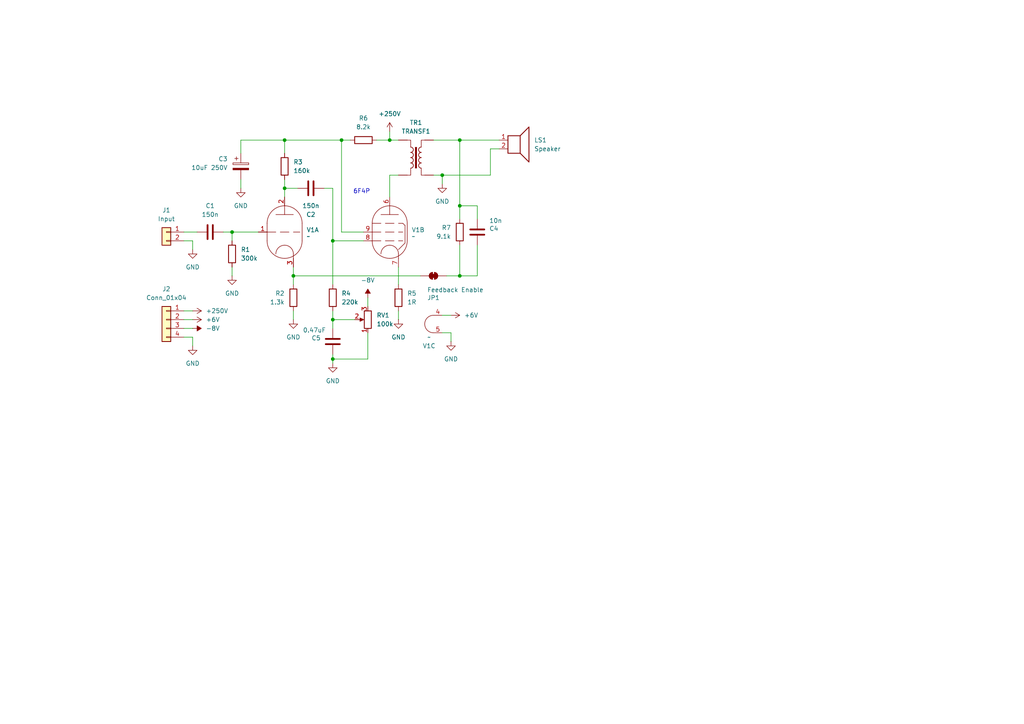
<source format=kicad_sch>
(kicad_sch (version 20250114) (generator "eeschema") (generator_version "9.0")
  (paper "A4")
  (lib_symbols
    (symbol "Connector_Generic:Conn_01x02" (pin_names (offset 1.016) (hide yes))
      (property "Reference" "J" (at 0 2.54 0))
      (property "Value" "Conn_01x02" (at 0 -5.08 0))
      (symbol "Conn_01x02_1_1"
        (rectangle (start -1.27 1.27) (end 1.27 -3.81) (stroke (width 0.254)) (fill (type background)))
        (rectangle (start -1.27 0.127) (end 0 -0.127) (stroke (width 0.1524)))
        (rectangle (start -1.27 -2.413) (end 0 -2.667) (stroke (width 0.1524)))
        (pin passive line (at -5.08 0 0) (length 3.81) (name "Pin_1") (number "1"))
        (pin passive line (at -5.08 -2.54 0) (length 3.81) (name "Pin_2") (number "2"))
      )
    )
    (symbol "Connector_Generic:Conn_01x04" (pin_names (offset 1.016) (hide yes))
      (property "Reference" "J" (at 0 5.08 0))
      (property "Value" "Conn_01x04" (at 0 -7.62 0))
      (symbol "Conn_01x04_1_1"
        (rectangle (start -1.27 3.81) (end 1.27 -6.35) (stroke (width 0.254)) (fill (type background)))
        (rectangle (start -1.27 2.667) (end 0 2.413) (stroke (width 0.1524)))
        (rectangle (start -1.27 0.127) (end 0 -0.127) (stroke (width 0.1524)))
        (rectangle (start -1.27 -2.413) (end 0 -2.667) (stroke (width 0.1524)))
        (rectangle (start -1.27 -4.953) (end 0 -5.207) (stroke (width 0.1524)))
        (pin passive line (at -5.08 2.54 0) (length 3.81) (name "Pin_1") (number "1"))
        (pin passive line (at -5.08 0 0) (length 3.81) (name "Pin_2") (number "2"))
        (pin passive line (at -5.08 -2.54 0) (length 3.81) (name "Pin_3") (number "3"))
        (pin passive line (at -5.08 -5.08 0) (length 3.81) (name "Pin_4") (number "4"))
      )
    )
    (symbol "Device:C" (pin_numbers (hide yes)) (pin_names (offset 0.254))
      (property "Reference" "C" (at 0.635 2.54 0))
      (property "Value" "C" (at 0.635 -2.54 0))
      (symbol "C_0_1"
        (polyline (pts (xy -2.032 0.762) (xy 2.032 0.762)) (stroke (width 0.508)))
        (polyline (pts (xy -2.032 -0.762) (xy 2.032 -0.762)) (stroke (width 0.508)))
      )
      (symbol "C_1_1"
        (pin passive line (at 0 3.81 270) (length 2.794) (name "~") (number "1"))
        (pin passive line (at 0 -3.81 90) (length 2.794) (name "~") (number "2"))
      )
    )
    (symbol "Device:C_Polarized" (pin_numbers (hide yes)) (pin_names (offset 0.254))
      (property "Reference" "C" (at 0.635 2.54 0))
      (property "Value" "C_Polarized" (at 0.635 -2.54 0))
      (symbol "C_Polarized_0_1"
        (rectangle (start -2.286 0.508) (end 2.286 1.016))
        (polyline (pts (xy -1.778 2.286) (xy -0.762 2.286)))
        (polyline (pts (xy -1.27 2.794) (xy -1.27 1.778)))
        (rectangle (start 2.286 -0.508) (end -2.286 -1.016) (fill (type outline)))
      )
      (symbol "C_Polarized_1_1"
        (pin passive line (at 0 3.81 270) (length 2.794) (name "~") (number "1"))
        (pin passive line (at 0 -3.81 90) (length 2.794) (name "~") (number "2"))
      )
    )
    (symbol "Device:R" (pin_numbers (hide yes)) (pin_names (offset 0))
      (property "Reference" "R" (at 2.032 0 90))
      (property "Value" "R" (at 0 0 90))
      (symbol "R_0_1"
        (rectangle (start -1.016 -2.54) (end 1.016 2.54) (stroke (width 0.254)))
      )
      (symbol "R_1_1"
        (pin passive line (at 0 3.81 270) (length 1.27) (name "~") (number "1"))
        (pin passive line (at 0 -3.81 90) (length 1.27) (name "~") (number "2"))
      )
    )
    (symbol "Device:R_Potentiometer" (pin_names (offset 1.016) (hide yes))
      (property "Reference" "RV" (at -4.445 0 90))
      (property "Value" "R_Potentiometer" (at -2.54 0 90))
      (symbol "R_Potentiometer_0_1"
        (rectangle (start 1.016 2.54) (end -1.016 -2.54) (stroke (width 0.254)))
        (polyline (pts (xy 1.143 0) (xy 2.286 0.508) (xy 2.286 -0.508) (xy 1.143 0)) (fill (type outline)))
        (polyline (pts (xy 2.54 0) (xy 1.524 0)))
      )
      (symbol "R_Potentiometer_1_1"
        (pin passive line (at 0 3.81 270) (length 1.27) (name "1") (number "1"))
        (pin passive line (at 0 -3.81 90) (length 1.27) (name "3") (number "3"))
        (pin passive line (at 3.81 0 180) (length 1.27) (name "2") (number "2"))
      )
    )
    (symbol "Device:Speaker" (pin_names (offset 0) (hide yes))
      (property "Reference" "LS" (at 1.27 5.715 0))
      (property "Value" "Speaker" (at 1.27 3.81 0))
      (symbol "Speaker_0_0"
        (rectangle (start -2.54 1.27) (end 1.016 -3.81) (stroke (width 0.254)))
        (polyline (pts (xy 1.016 1.27) (xy 3.556 3.81) (xy 3.556 -6.35) (xy 1.016 -3.81)) (stroke (width 0.254)))
      )
      (symbol "Speaker_1_1"
        (pin input line (at -5.08 0 0) (length 2.54) (name "1") (number "1"))
        (pin input line (at -5.08 -2.54 0) (length 2.54) (name "2") (number "2"))
      )
    )
    (symbol "Jumper:SolderJumper_2_Bridged" (pin_numbers (hide yes)) (pin_names (offset 0) (hide yes)) (in_bom no)
      (property "Reference" "JP" (at 0 2.032 0))
      (property "Value" "SolderJumper_2_Bridged" (at 0 -2.54 0))
      (symbol "SolderJumper_2_Bridged_0_1"
        (rectangle (start -0.508 0.508) (end 0.508 -0.508) (fill (type outline)))
        (polyline (pts (xy -0.254 1.016) (xy -0.254 -1.016)))
        (arc (start -0.254 -1.016) (mid -1.2656 0) (end -0.254 1.016))
        (arc (start -0.254 -1.016) (mid -1.2656 0) (end -0.254 1.016) (fill (type outline)))
        (arc (start 0.254 1.016) (mid 1.2656 0) (end 0.254 -1.016))
        (arc (start 0.254 1.016) (mid 1.2656 0) (end 0.254 -1.016) (fill (type outline)))
        (polyline (pts (xy 0.254 1.016) (xy 0.254 -1.016)))
      )
      (symbol "SolderJumper_2_Bridged_1_1"
        (pin passive line (at -3.81 0 0) (length 2.54) (name "A") (number "1"))
        (pin passive line (at 3.81 0 180) (length 2.54) (name "B") (number "2"))
      )
    )
    (symbol "Transformer:TRANSF1" (pin_numbers (hide yes)) (pin_names (offset 0))
      (property "Reference" "TR" (at 0 6.35 0))
      (property "Value" "TRANSF1" (at 0 -6.35 0))
      (symbol "TRANSF1_0_1"
        (polyline (pts (xy -2.54 5.08) (xy -1.524 5.08) (xy -1.524 3.048) (xy -1.524 3.048)) (stroke (width 0.1524)))
        (arc (start -1.524 3.048) (mid -0.7653 2.286) (end -1.524 1.524) (stroke (width 0.2032)))
        (arc (start -1.524 1.524) (mid -0.7653 0.762) (end -1.524 0) (stroke (width 0.2032)))
        (arc (start -1.524 0) (mid -0.7653 -0.762) (end -1.524 -1.524) (stroke (width 0.2032)))
        (arc (start -1.524 -1.524) (mid -0.7653 -2.286) (end -1.524 -3.048) (stroke (width 0.2032)))
        (polyline (pts (xy -1.524 -3.048) (xy -1.524 -5.08) (xy -2.54 -5.08) (xy -2.54 -5.08)) (stroke (width 0.1524)))
        (rectangle (start -0.254 3.048) (end 0.254 -3.048) (stroke (width 0.0254)) (fill (type outline)))
        (polyline (pts (xy 1.524 3.048) (xy 1.524 5.08) (xy 2.54 5.08) (xy 2.54 5.08)) (stroke (width 0.1524)))
        (arc (start 1.524 1.524) (mid 0.7653 2.286) (end 1.524 3.048) (stroke (width 0.2032)))
        (arc (start 1.524 0) (mid 0.7653 0.762) (end 1.524 1.524) (stroke (width 0.2032)))
        (arc (start 1.524 -1.524) (mid 0.7653 -0.762) (end 1.524 0) (stroke (width 0.2032)))
        (arc (start 1.524 -3.048) (mid 0.7653 -2.286) (end 1.524 -1.524) (stroke (width 0.2032)))
        (polyline (pts (xy 2.54 -5.08) (xy 1.524 -5.08) (xy 1.524 -3.048) (xy 1.524 -3.048)) (stroke (width 0.1524)))
      )
      (symbol "TRANSF1_1_1"
        (pin passive line (at -5.08 5.08 0) (length 2.54) (name "~") (number "1"))
        (pin passive line (at -5.08 -5.08 0) (length 2.54) (name "~") (number "2"))
        (pin passive line (at 5.08 5.08 180) (length 2.54) (name "~") (number "4"))
        (pin passive line (at 5.08 -5.08 180) (length 2.54) (name "~") (number "3"))
      )
    )
    (symbol "power:+24V" (power) (pin_numbers (hide yes)) (pin_names (offset 0) (hide yes))
      (property "Value" "+24V" (at 0 3.556 0))
      (symbol "+24V_0_1"
        (polyline (pts (xy -0.762 1.27) (xy 0 2.54)))
        (polyline (pts (xy 0 2.54) (xy 0.762 1.27)))
        (polyline (pts (xy 0 0) (xy 0 2.54)))
      )
      (symbol "+24V_1_1"
        (pin power_in line (at 0 0 90) (length 0) (name "~") (number "1"))
      )
    )
    (symbol "power:+6V" (power) (pin_numbers (hide yes)) (pin_names (offset 0) (hide yes))
      (property "Value" "+6V" (at 0 3.556 0))
      (symbol "+6V_0_1"
        (polyline (pts (xy -0.762 1.27) (xy 0 2.54)))
        (polyline (pts (xy 0 2.54) (xy 0.762 1.27)))
        (polyline (pts (xy 0 0) (xy 0 2.54)))
      )
      (symbol "+6V_1_1"
        (pin power_in line (at 0 0 90) (length 0) (name "~") (number "1"))
      )
    )
    (symbol "power:-8V" (power) (pin_numbers (hide yes)) (pin_names (offset 0) (hide yes))
      (property "Value" "-8V" (at 0 3.556 0))
      (symbol "-8V_0_0"
        (pin power_in line (at 0 0 90) (length 0) (name "~") (number "1"))
      )
      (symbol "-8V_0_1"
        (polyline (pts (xy 0 0) (xy 0 1.27) (xy 0.762 1.27) (xy 0 2.54) (xy -0.762 1.27) (xy 0 1.27)) (fill (type outline)))
      )
    )
    (symbol "power:GND" (power) (pin_numbers (hide yes)) (pin_names (offset 0) (hide yes))
      (property "Value" "GND" (at 0 -3.81 0))
      (symbol "GND_0_1"
        (polyline (pts (xy 0 0) (xy 0 -1.27) (xy 1.27 -1.27) (xy 0 -2.54) (xy -1.27 -1.27) (xy 0 -1.27)))
      )
      (symbol "GND_1_1"
        (pin power_in line (at 0 0 270) (length 0) (name "~") (number "1"))
      )
    )
    (symbol "spdf1626_lib:6f4p"
      (property "Reference" "V" (at 5.715 6.35 0))
      (symbol "6f4p_1_1"
        (polyline (pts (xy -5.08 -2.54) (xy -5.08 2.54)))
        (polyline (pts (xy -2.54 5.08) (xy 2.54 5.08)))
        (polyline (pts (xy -2.54 0) (xy -5.08 0)))
        (arc (start -2.54 -6.35) (mid -1.7961 -4.5539) (end 0 -3.81))
        (polyline (pts (xy 0 5.08) (xy 0 7.62)))
        (arc (start -5.08 2.54) (mid -3.5921 6.1321) (end 0 7.62))
        (arc (start 0 7.62) (mid 3.5921 6.1321) (end 5.08 2.54))
        (arc (start 0 -7.62) (mid -3.5921 -6.1321) (end -5.08 -2.54))
        (arc (start 5.08 -2.54) (mid 3.5921 -6.1321) (end 0 -7.62))
        (arc (start 0 -3.81) (mid 1.7961 -4.5539) (end 2.54 -6.35))
        (polyline (pts (xy 1.27 0) (xy -1.27 0)))
        (polyline (pts (xy 2.54 0) (xy 4.445 0)))
        (polyline (pts (xy 2.54 -7.62) (xy 2.54 -6.35)))
        (polyline (pts (xy 5.08 -2.54) (xy 5.08 2.54)))
        (pin input line (at -7.62 0 0) (length 2.54) (name "") (number "1"))
        (pin input line (at 0 10.16 270) (length 2.54) (name "") (number "2"))
        (pin input line (at 2.54 -10.16 90) (length 2.54) (name "") (number "3"))
      )
      (symbol "6f4p_2_1"
        (polyline (pts (xy -5.08 2.54) (xy -5.08 -2.54)))
        (polyline (pts (xy -5.08 -2.54) (xy -2.54 -2.54)))
        (polyline (pts (xy -2.54 5.08) (xy 2.54 5.08)))
        (polyline (pts (xy -2.54 2.54) (xy -5.08 2.54)))
        (polyline (pts (xy -2.54 0) (xy -5.08 0)))
        (polyline (pts (xy -1.27 2.54) (xy 1.27 2.54)))
        (polyline (pts (xy -1.27 -2.54) (xy 1.27 -2.54)))
        (arc (start -2.54 -6.35) (mid -1.7961 -4.5539) (end 0 -3.81))
        (polyline (pts (xy 0 5.08) (xy 0 7.62)))
        (arc (start -5.08 2.54) (mid -3.5921 6.1321) (end 0 7.62))
        (arc (start 0 7.62) (mid 3.5921 6.1321) (end 5.08 2.54))
        (arc (start 0 -7.62) (mid -3.5921 -6.1321) (end -5.08 -2.54))
        (arc (start 5.08 -2.54) (mid 3.5921 -6.1321) (end 0 -7.62))
        (arc (start 0 -3.81) (mid 1.7961 -4.5539) (end 2.54 -6.35))
        (polyline (pts (xy 1.27 0) (xy -1.27 0)))
        (polyline (pts (xy 2.54 2.54) (xy 2.54 2.54)))
        (polyline (pts (xy 2.54 2.54) (xy 3.81 2.54)))
        (polyline (pts (xy 2.54 0) (xy 3.81 0)))
        (polyline (pts (xy 2.54 -2.54) (xy 3.81 -2.54)))
        (polyline (pts (xy 2.54 -7.62) (xy 2.54 -6.35)))
        (polyline (pts (xy 4.445 1.905) (xy 3.81 2.54)))
        (polyline (pts (xy 4.445 1.905) (xy 4.445 -3.175) (xy 2.54 -5.08)))
        (polyline (pts (xy 5.08 -2.54) (xy 5.08 2.54)))
        (pin input line (at -7.62 0 0) (length 2.54) (name "") (number "9"))
        (pin input line (at -7.62 -2.54 0) (length 2.54) (name "") (number "8"))
        (pin input line (at 0 10.16 270) (length 2.54) (name "") (number "6"))
        (pin input line (at 2.54 -10.16 90) (length 2.54) (name "") (number "7"))
      )
      (symbol "6f4p_3_1"
        (arc (start -2.54 -1.27) (mid -1.7961 0.5261) (end 0 1.27))
        (arc (start 0 1.27) (mid 1.7961 0.5261) (end 2.54 -1.27))
        (pin input line (at -2.54 -3.81 90) (length 2.54) (name "") (number "4"))
        (pin input line (at 2.54 -3.81 90) (length 2.54) (name "") (number "5"))
      )
    )
  )
  (text "6F4P" (at 104.902 55.626 0) (effects (font (size 1.27 1.27))))
  (junction (at 96.52 69.85))
  (junction (at 133.35 59.69))
  (junction (at 82.55 40.64))
  (junction (at 82.55 54.61))
  (junction (at 67.31 67.31))
  (junction (at 96.52 92.71))
  (junction (at 96.52 104.14))
  (junction (at 128.27 50.8))
  (junction (at 99.06 40.64))
  (junction (at 133.35 80.01))
  (junction (at 113.03 40.64))
  (junction (at 85.09 80.01))
  (junction (at 133.35 40.64))
  (wire (pts (xy 133.35 40.64) (xy 144.78 40.64)))
  (wire (pts (xy 82.55 40.64) (xy 82.55 44.45)))
  (wire (pts (xy 53.34 67.31) (xy 57.15 67.31)))
  (wire (pts (xy 82.55 54.61) (xy 86.36 54.61)))
  (wire (pts (xy 142.24 43.18) (xy 144.78 43.18)))
  (wire (pts (xy 85.09 80.01) (xy 85.09 82.55)))
  (wire (pts (xy 69.85 44.45) (xy 69.85 40.64)))
  (wire (pts (xy 85.09 80.01) (xy 121.92 80.01)))
  (wire (pts (xy 138.43 80.01) (xy 138.43 71.12)))
  (wire (pts (xy 55.88 97.79) (xy 55.88 100.33)))
  (wire (pts (xy 67.31 77.47) (xy 67.31 80.01)))
  (wire (pts (xy 115.57 40.64) (xy 113.03 40.64)))
  (wire (pts (xy 128.27 96.52) (xy 130.81 96.52)))
  (wire (pts (xy 99.06 67.31) (xy 99.06 40.64)))
  (wire (pts (xy 96.52 104.14) (xy 96.52 105.41)))
  (wire (pts (xy 128.27 50.8) (xy 125.73 50.8)))
  (wire (pts (xy 113.03 38.1) (xy 113.03 40.64)))
  (wire (pts (xy 133.35 71.12) (xy 133.35 80.01)))
  (wire (pts (xy 138.43 63.5) (xy 138.43 59.69)))
  (wire (pts (xy 106.68 86.36) (xy 106.68 88.9)))
  (wire (pts (xy 130.81 96.52) (xy 130.81 99.06)))
  (wire (pts (xy 69.85 40.64) (xy 82.55 40.64)))
  (wire (pts (xy 53.34 90.17) (xy 55.88 90.17)))
  (wire (pts (xy 133.35 59.69) (xy 133.35 63.5)))
  (wire (pts (xy 96.52 82.55) (xy 96.52 69.85)))
  (wire (pts (xy 113.03 50.8) (xy 113.03 57.15)))
  (wire (pts (xy 128.27 50.8) (xy 142.24 50.8)))
  (wire (pts (xy 115.57 77.47) (xy 115.57 82.55)))
  (wire (pts (xy 96.52 69.85) (xy 105.41 69.85)))
  (wire (pts (xy 129.54 80.01) (xy 133.35 80.01)))
  (wire (pts (xy 96.52 92.71) (xy 102.87 92.71)))
  (wire (pts (xy 113.03 40.64) (xy 109.22 40.64)))
  (wire (pts (xy 55.88 69.85) (xy 55.88 72.39)))
  (wire (pts (xy 128.27 50.8) (xy 128.27 53.34)))
  (wire (pts (xy 128.27 91.44) (xy 130.81 91.44)))
  (wire (pts (xy 82.55 52.07) (xy 82.55 54.61)))
  (wire (pts (xy 53.34 95.25) (xy 55.88 95.25)))
  (wire (pts (xy 85.09 77.47) (xy 85.09 80.01)))
  (wire (pts (xy 69.85 52.07) (xy 69.85 54.61)))
  (wire (pts (xy 125.73 40.64) (xy 133.35 40.64)))
  (wire (pts (xy 99.06 40.64) (xy 82.55 40.64)))
  (wire (pts (xy 53.34 69.85) (xy 55.88 69.85)))
  (wire (pts (xy 133.35 40.64) (xy 133.35 59.69)))
  (wire (pts (xy 64.77 67.31) (xy 67.31 67.31)))
  (wire (pts (xy 133.35 80.01) (xy 138.43 80.01)))
  (wire (pts (xy 82.55 54.61) (xy 82.55 57.15)))
  (wire (pts (xy 106.68 104.14) (xy 106.68 96.52)))
  (wire (pts (xy 115.57 50.8) (xy 113.03 50.8)))
  (wire (pts (xy 115.57 90.17) (xy 115.57 92.71)))
  (wire (pts (xy 67.31 67.31) (xy 74.93 67.31)))
  (wire (pts (xy 53.34 97.79) (xy 55.88 97.79)))
  (wire (pts (xy 96.52 102.87) (xy 96.52 104.14)))
  (wire (pts (xy 138.43 59.69) (xy 133.35 59.69)))
  (wire (pts (xy 96.52 104.14) (xy 106.68 104.14)))
  (wire (pts (xy 85.09 90.17) (xy 85.09 92.71)))
  (wire (pts (xy 99.06 40.64) (xy 101.6 40.64)))
  (wire (pts (xy 96.52 90.17) (xy 96.52 92.71)))
  (wire (pts (xy 96.52 92.71) (xy 96.52 95.25)))
  (wire (pts (xy 105.41 67.31) (xy 99.06 67.31)))
  (wire (pts (xy 53.34 92.71) (xy 55.88 92.71)))
  (wire (pts (xy 96.52 69.85) (xy 96.52 54.61)))
  (wire (pts (xy 67.31 67.31) (xy 67.31 69.85)))
  (wire (pts (xy 142.24 50.8) (xy 142.24 43.18)))
  (wire (pts (xy 96.52 54.61) (xy 93.98 54.61)))
  (symbol (lib_id "Device:C") (at 60.96 67.31 90) (unit 1)
    (property "Reference" "C1" (at 60.96 59.69 90))
    (property "Value" "150n" (at 60.96 62.23 90))
    (property "Description" "Unpolarized capacitor" (effects (hide yes)))
  )
  (symbol (lib_id "Device:R") (at 67.31 73.66 0) (unit 1)
    (property "Reference" "R1" (at 69.85 72.3899 0) (effects (justify left)))
    (property "Value" "300k" (at 69.85 74.9299 0) (effects (justify left)))
    (property "Description" "Resistor" (effects (hide yes)))
  )
  (symbol (lib_id "Device:C") (at 96.52 99.06 180) (unit 1)
    (property "Reference" "C5" (at 91.694 98.044 0))
    (property "Value" "0.47uF" (at 91.186 95.758 0))
    (property "Description" "Unpolarized capacitor" (effects (hide yes)))
  )
  (symbol (lib_id "power:GND") (at 130.81 99.06 0) (unit 1)
    (property "Reference" "#PWR010" (effects (hide yes)))
    (property "Value" "GND" (at 130.81 104.14 0))
    (property "Description" "Power symbol creates a global label with name \"GND\" , ground" (effects (hide yes)))
  )
  (symbol (lib_id "Device:Speaker") (at 149.86 40.64 0) (unit 1)
    (property "Reference" "LS1" (at 154.94 40.6399 0) (effects (justify left)))
    (property "Value" "Speaker" (at 154.94 43.1799 0) (effects (justify left)))
    (property "Description" "Speaker" (effects (hide yes)))
  )
  (symbol (lib_id "Device:C_Polarized") (at 69.85 48.26 0) (unit 1)
    (property "Reference" "C3" (at 66.04 46.1009 0) (effects (justify right)))
    (property "Value" "10uF 250V" (at 66.04 48.6409 0) (effects (justify right)))
    (property "Description" "Polarized capacitor" (effects (hide yes)))
  )
  (symbol (lib_id "power:GND") (at 69.85 54.61 0) (unit 1)
    (property "Reference" "#PWR04" (effects (hide yes)))
    (property "Value" "GND" (at 69.85 59.69 0))
    (property "Description" "Power symbol creates a global label with name \"GND\" , ground" (effects (hide yes)))
  )
  (symbol (lib_id "power:+6V") (at 130.81 91.44 270) (unit 1)
    (property "Reference" "#PWR011" (effects (hide yes)))
    (property "Value" "+6V" (at 134.62 91.4399 90) (effects (justify left)))
    (property "Description" "Power symbol creates a global label with name \"+6V\"" (effects (hide yes)))
  )
  (symbol (lib_id "spdf1626_lib:6f4p") (at 82.55 67.31 0) (unit 1)
    (property "Reference" "V1" (at 88.9 66.6749 0) (effects (justify left)))
    (property "Value" "~" (at 88.9 68.58 0) (effects (justify left)))
  )
  (symbol (lib_id "spdf1626_lib:6f4p") (at 113.03 67.31 0) (unit 2)
    (property "Reference" "V1" (at 119.38 66.6749 0) (effects (justify left)))
    (property "Value" "~" (at 119.38 68.58 0) (effects (justify left)))
  )
  (symbol (lib_id "power:-8V") (at 55.88 95.25 270) (unit 1)
    (property "Reference" "#PWR015" (effects (hide yes)))
    (property "Value" "-8V" (at 59.69 95.2499 90) (effects (justify left)))
    (property "Description" "Power symbol creates a global label with name \"-8V\"" (effects (hide yes)))
  )
  (symbol (lib_id "power:GND") (at 96.52 105.41 0) (unit 1)
    (property "Reference" "#PWR07" (effects (hide yes)))
    (property "Value" "GND" (at 96.52 110.49 0))
    (property "Description" "Power symbol creates a global label with name \"GND\" , ground" (effects (hide yes)))
  )
  (symbol (lib_id "spdf1626_lib:6f4p") (at 124.46 93.98 90) (mirror x) (unit 3)
    (property "Reference" "V1" (at 124.46 100.33 90))
    (property "Value" "~" (at 124.46 97.79 90))
  )
  (symbol (lib_id "Device:R") (at 82.55 48.26 0) (unit 1)
    (property "Reference" "R3" (at 85.09 46.9899 0) (effects (justify left)))
    (property "Value" "160k" (at 85.09 49.5299 0) (effects (justify left)))
    (property "Description" "Resistor" (effects (hide yes)))
  )
  (symbol (lib_id "power:+24V") (at 113.03 38.1 0) (unit 1)
    (property "Reference" "#PWR09" (effects (hide yes)))
    (property "Value" "+250V" (at 113.03 33.02 0))
    (property "Description" "Power symbol creates a global label with name \"+24V\"" (effects (hide yes)))
  )
  (symbol (lib_id "Device:R") (at 85.09 86.36 0) (mirror y) (unit 1)
    (property "Reference" "R2" (at 82.55 85.0899 0) (effects (justify left)))
    (property "Value" "1.3k" (at 82.55 87.6299 0) (effects (justify left)))
    (property "Description" "Resistor" (effects (hide yes)))
  )
  (symbol (lib_id "Device:R") (at 96.52 86.36 0) (unit 1)
    (property "Reference" "R4" (at 99.06 85.0899 0) (effects (justify left)))
    (property "Value" "220k" (at 99.06 87.6299 0) (effects (justify left)))
    (property "Description" "Resistor" (effects (hide yes)))
  )
  (symbol (lib_id "power:+24V") (at 55.88 90.17 270) (unit 1)
    (property "Reference" "#PWR014" (effects (hide yes)))
    (property "Value" "+250V" (at 59.69 90.1699 90) (effects (justify left)))
    (property "Description" "Power symbol creates a global label with name \"+24V\"" (effects (hide yes)))
  )
  (symbol (lib_id "Device:C") (at 90.17 54.61 90) (mirror x) (unit 1)
    (property "Reference" "C2" (at 90.17 62.23 90))
    (property "Value" "150n" (at 90.17 59.69 90))
    (property "Description" "Unpolarized capacitor" (effects (hide yes)))
  )
  (symbol (lib_id "power:-8V") (at 106.68 86.36 0) (unit 1)
    (property "Reference" "#PWR08" (effects (hide yes)))
    (property "Value" "-8V" (at 106.68 81.28 0))
    (property "Description" "Power symbol creates a global label with name \"-8V\"" (effects (hide yes)))
  )
  (symbol (lib_id "power:GND") (at 128.27 53.34 0) (unit 1)
    (property "Reference" "#PWR06" (effects (hide yes)))
    (property "Value" "GND" (at 128.27 58.42 0))
    (property "Description" "Power symbol creates a global label with name \"GND\" , ground" (effects (hide yes)))
  )
  (symbol (lib_id "power:GND") (at 55.88 100.33 0) (unit 1)
    (property "Reference" "#PWR012" (effects (hide yes)))
    (property "Value" "GND" (at 55.88 105.41 0))
    (property "Description" "Power symbol creates a global label with name \"GND\" , ground" (effects (hide yes)))
  )
  (symbol (lib_id "Jumper:SolderJumper_2_Bridged") (at 125.73 80.01 0) (unit 1) (in_bom no)
    (property "Reference" "JP1" (at 125.73 86.36 0))
    (property "Value" "Feedback Enable" (at 132.08 84.074 0))
    (property "Description" "Solder Jumper, 2-pole, closed/bridged" (effects (hide yes)))
  )
  (symbol (lib_id "Connector_Generic:Conn_01x02") (at 48.26 67.31 0) (mirror y) (unit 1)
    (property "Reference" "J1" (at 48.26 60.96 0))
    (property "Value" "Input" (at 48.26 63.5 0))
    (property "Description" "Generic connector, single row, 01x02, script generated (kicad-library-utils/schlib/autogen/connector/)" (effects (hide yes)))
  )
  (symbol (lib_id "power:+6V") (at 55.88 92.71 270) (unit 1)
    (property "Reference" "#PWR013" (effects (hide yes)))
    (property "Value" "+6V" (at 59.69 92.7099 90) (effects (justify left)))
    (property "Description" "Power symbol creates a global label with name \"+6V\"" (effects (hide yes)))
  )
  (symbol (lib_id "power:GND") (at 85.09 92.71 0) (unit 1)
    (property "Reference" "#PWR03" (effects (hide yes)))
    (property "Value" "GND" (at 85.09 97.79 0))
    (property "Description" "Power symbol creates a global label with name \"GND\" , ground" (effects (hide yes)))
  )
  (symbol (lib_id "Device:R") (at 133.35 67.31 0) (mirror y) (unit 1)
    (property "Reference" "R7" (at 130.81 66.0399 0) (effects (justify left)))
    (property "Value" "9.1k" (at 130.81 68.5799 0) (effects (justify left)))
    (property "Description" "Resistor" (effects (hide yes)))
  )
  (symbol (lib_id "Device:C") (at 138.43 67.31 0) (mirror x) (unit 1)
    (property "Reference" "C4" (at 143.256 66.294 0))
    (property "Value" "10n" (at 143.764 64.008 0))
    (property "Description" "Unpolarized capacitor" (effects (hide yes)))
  )
  (symbol (lib_id "Transformer:TRANSF1") (at 120.65 45.72 0) (unit 1)
    (property "Reference" "TR1" (at 120.65 35.56 0))
    (property "Value" "TRANSF1" (at 120.65 38.1 0))
  )
  (symbol (lib_id "Device:R") (at 105.41 40.64 90) (unit 1)
    (property "Reference" "R6" (at 105.41 34.29 90))
    (property "Value" "8.2k" (at 105.41 36.83 90))
    (property "Description" "Resistor" (effects (hide yes)))
  )
  (symbol (lib_id "power:GND") (at 55.88 72.39 0) (unit 1)
    (property "Reference" "#PWR02" (effects (hide yes)))
    (property "Value" "GND" (at 55.88 77.47 0))
    (property "Description" "Power symbol creates a global label with name \"GND\" , ground" (effects (hide yes)))
  )
  (symbol (lib_id "power:GND") (at 67.31 80.01 0) (unit 1)
    (property "Reference" "#PWR01" (effects (hide yes)))
    (property "Value" "GND" (at 67.31 85.09 0))
    (property "Description" "Power symbol creates a global label with name \"GND\" , ground" (effects (hide yes)))
  )
  (symbol (lib_id "power:GND") (at 115.57 92.71 0) (unit 1)
    (property "Reference" "#PWR05" (effects (hide yes)))
    (property "Value" "GND" (at 115.57 97.79 0))
    (property "Description" "Power symbol creates a global label with name \"GND\" , ground" (effects (hide yes)))
  )
  (symbol (lib_id "Connector_Generic:Conn_01x04") (at 48.26 92.71 0) (mirror y) (unit 1)
    (property "Reference" "J2" (at 48.26 83.82 0))
    (property "Value" "Conn_01x04" (at 48.26 86.36 0))
    (property "Description" "Generic connector, single row, 01x04, script generated (kicad-library-utils/schlib/autogen/connector/)" (effects (hide yes)))
  )
  (symbol (lib_id "Device:R_Potentiometer") (at 106.68 92.71 180) (unit 1)
    (property "Reference" "RV1" (at 109.22 91.4399 0) (effects (justify right)))
    (property "Value" "100k" (at 109.22 93.9799 0) (effects (justify right)))
    (property "Description" "Potentiometer" (effects (hide yes)))
  )
  (symbol (lib_id "Device:R") (at 115.57 86.36 0) (unit 1)
    (property "Reference" "R5" (at 118.11 85.0899 0) (effects (justify left)))
    (property "Value" "1R" (at 118.11 87.6299 0) (effects (justify left)))
    (property "Description" "Resistor" (effects (hide yes)))
  )
)
</source>
